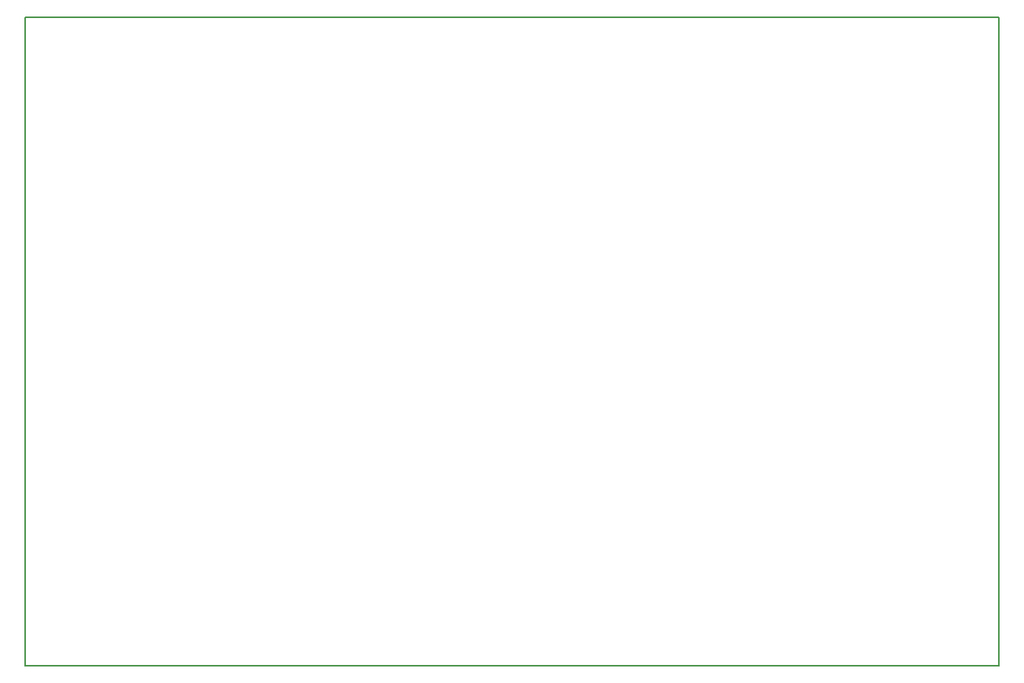
<source format=gm1>
G04 #@! TF.GenerationSoftware,KiCad,Pcbnew,5.1.6-c6e7f7d~87~ubuntu20.04.1*
G04 #@! TF.CreationDate,2021-01-20T17:01:33+01:00*
G04 #@! TF.ProjectId,BUDDY-01,42554444-592d-4303-912e-6b696361645f,v1.0.6*
G04 #@! TF.SameCoordinates,Original*
G04 #@! TF.FileFunction,Profile,NP*
%FSLAX46Y46*%
G04 Gerber Fmt 4.6, Leading zero omitted, Abs format (unit mm)*
G04 Created by KiCad (PCBNEW 5.1.6-c6e7f7d~87~ubuntu20.04.1) date 2021-01-20 17:01:33*
%MOMM*%
%LPD*%
G01*
G04 APERTURE LIST*
G04 #@! TA.AperFunction,Profile*
%ADD10C,0.150000*%
G04 #@! TD*
G04 APERTURE END LIST*
D10*
X95702000Y-129285000D02*
X200702000Y-129285000D01*
X95702000Y-59285000D02*
X95702000Y-129285000D01*
X200702000Y-59285000D02*
X95702000Y-59285000D01*
X200702000Y-129285000D02*
X200702000Y-59285000D01*
M02*

</source>
